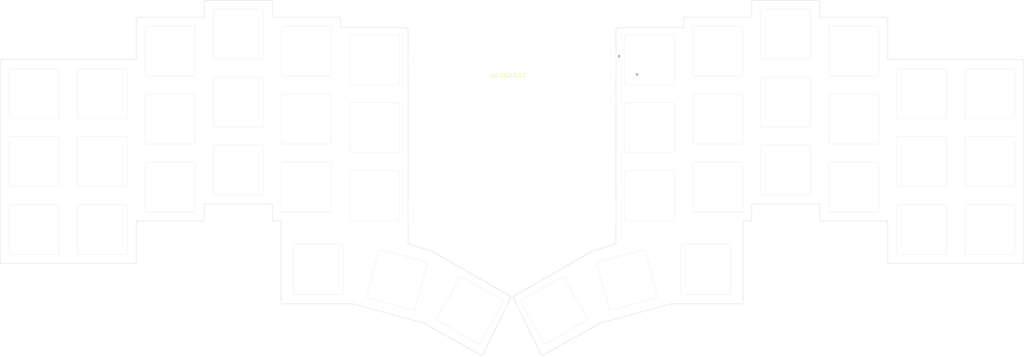
<source format=kicad_pcb>
(kicad_pcb (version 20221018) (generator pcbnew)
  (layers (0 "F.Cu" signal) (31 "B.Cu" signal) (34 "B.Paste" user) (35 "F.Paste" user) (36 "B.SilkS" user "B.Silkscreen") (37 "F.SilkS" user "F.Silkscreen") (38 "B.Mask" user) (39 "F.Mask" user) (44 "Edge.Cuts" user))
  (net 0 "")
  (footprint "MountingHole:MountingHole_2.2mm_M2_DIN965" (layer "F.Cu") (at 350.790673 93.098077)
    (fp_text reference "H7" hide)
    (fp_text value "MountingHole" hide)
    (pad "" np_thru_hole circle (at 0 0) (size 2.2 2.2) (drill 2.2) (layers "F&B.Cu" "*.Mask"))
  )
  (footprint "plate:plate_cutout" (layer "F.Cu") (at 194.36891 146.488643 -15)
    (fp_text reference "SW24" hide)
    (fp_text value "MX_SW_HS")
    (fp_line (start -7 -6.5) (end -7 6.5) (stroke (width 0.05)) (layer "Edge.Cuts"))
    (fp_line (start -6.5 7) (end 6.5 7) (stroke (width 0.05)) (layer "Edge.Cuts"))
    (fp_line (start 6.5 -7) (end -6.5 -7) (stroke (width 0.05)) (layer "Edge.Cuts"))
    (fp_line (start 7 6.5) (end 7 -6.5) (stroke (width 0.05)) (layer "Edge.Cuts"))
    (fp_arc (start -7 -6.5) (mid -6.853553 -6.853553) (end -6.5 -7) (stroke (width 0.05)) (layer "Edge.Cuts"))
    (fp_arc (start -6.497236 6.998884) (mid -6.850789 6.852437) (end -6.997236 6.498884) (stroke (width 0.05)) (layer "Edge.Cuts"))
    (fp_arc (start 6.5 -7) (mid 6.853553 -6.853553) (end 7 -6.5) (stroke (width 0.05)) (layer "Edge.Cuts"))
    (fp_arc (start 7 6.5) (mid 6.853553 6.853553) (end 6.5 7) (stroke (width 0.05)) (layer "Edge.Cuts"))
  )
  (footprint "plate:plate_cutout" (layer "F.Cu") (at 111.918911 113.313645)
    (fp_text reference "SW8" hide)
    (fp_text value "MX_SW_HS")
    (fp_line (start -7 -6.5) (end -7 6.5) (stroke (width 0.05)) (layer "Edge.Cuts"))
    (fp_line (start -6.5 7) (end 6.5 7) (stroke (width 0.05)) (layer "Edge.Cuts"))
    (fp_line (start 6.5 -7) (end -6.5 -7) (stroke (width 0.05)) (layer "Edge.Cuts"))
    (fp_line (start 7 6.5) (end 7 -6.5) (stroke (width 0.05)) (layer "Edge.Cuts"))
    (fp_arc (start -7 -6.5) (mid -6.853553 -6.853553) (end -6.5 -7) (stroke (width 0.05)) (layer "Edge.Cuts"))
    (fp_arc (start -6.497236 6.998884) (mid -6.850789 6.852437) (end -6.997236 6.498884) (stroke (width 0.05)) (layer "Edge.Cuts"))
    (fp_arc (start 6.5 -7) (mid 6.853553 -6.853553) (end 7 -6.5) (stroke (width 0.05)) (layer "Edge.Cuts"))
    (fp_arc (start 7 6.5) (mid 6.853553 6.853553) (end 6.5 7) (stroke (width 0.05)) (layer "Edge.Cuts"))
  )
  (footprint "plate:plate_cutout" (layer "F.Cu") (at 303.165603 77.63869)
    (fp_text reference "SW28" hide)
    (fp_text value "MX_SW_HS")
    (fp_line (start -7 -6.5) (end -7 6.5) (stroke (width 0.05)) (layer "Edge.Cuts"))
    (fp_line (start -6.5 7) (end 6.5 7) (stroke (width 0.05)) (layer "Edge.Cuts"))
    (fp_line (start 6.5 -7) (end -6.5 -7) (stroke (width 0.05)) (layer "Edge.Cuts"))
    (fp_line (start 7 6.5) (end 7 -6.5) (stroke (width 0.05)) (layer "Edge.Cuts"))
    (fp_arc (start -7 -6.5) (mid -6.853553 -6.853553) (end -6.5 -7) (stroke (width 0.05)) (layer "Edge.Cuts"))
    (fp_arc (start -6.497236 6.998884) (mid -6.850789 6.852437) (end -6.997236 6.498884) (stroke (width 0.05)) (layer "Edge.Cuts"))
    (fp_arc (start 6.5 -7) (mid 6.853553 -6.853553) (end 7 -6.5) (stroke (width 0.05)) (layer "Edge.Cuts"))
    (fp_arc (start 7 6.5) (mid 6.853553 6.853553) (end 6.5 7) (stroke (width 0.05)) (layer "Edge.Cuts"))
  )
  (footprint "plate:plate_cutout" (layer "F.Cu") (at 360.315599 132.363727)
    (fp_text reference "SW47" hide)
    (fp_text value "MX_SW_HS")
    (fp_line (start -7 -6.5) (end -7 6.5) (stroke (width 0.05)) (layer "Edge.Cuts"))
    (fp_line (start -6.5 7) (end 6.5 7) (stroke (width 0.05)) (layer "Edge.Cuts"))
    (fp_line (start 6.5 -7) (end -6.5 -7) (stroke (width 0.05)) (layer "Edge.Cuts"))
    (fp_line (start 7 6.5) (end 7 -6.5) (stroke (width 0.05)) (layer "Edge.Cuts"))
    (fp_arc (start -7 -6.5) (mid -6.853553 -6.853553) (end -6.5 -7) (stroke (width 0.05)) (layer "Edge.Cuts"))
    (fp_arc (start -6.497236 6.998884) (mid -6.850789 6.852437) (end -6.997236 6.498884) (stroke (width 0.05)) (layer "Edge.Cuts"))
    (fp_arc (start 6.5 -7) (mid 6.853553 -6.853553) (end 7 -6.5) (stroke (width 0.05)) (layer "Edge.Cuts"))
    (fp_arc (start 7 6.5) (mid 6.853553 6.853553) (end 6.5 7) (stroke (width 0.05)) (layer "Edge.Cuts"))
  )
  (footprint "plate:plate_cutout" (layer "F.Cu") (at 360.315599 113.313706)
    (fp_text reference "SW38" hide)
    (fp_text value "MX_SW_HS")
    (fp_line (start -7 -6.5) (end -7 6.5) (stroke (width 0.05)) (layer "Edge.Cuts"))
    (fp_line (start -6.5 7) (end 6.5 7) (stroke (width 0.05)) (layer "Edge.Cuts"))
    (fp_line (start 6.5 -7) (end -6.5 -7) (stroke (width 0.05)) (layer "Edge.Cuts"))
    (fp_line (start 7 6.5) (end 7 -6.5) (stroke (width 0.05)) (layer "Edge.Cuts"))
    (fp_arc (start -7 -6.5) (mid -6.853553 -6.853553) (end -6.5 -7) (stroke (width 0.05)) (layer "Edge.Cuts"))
    (fp_arc (start -6.497236 6.998884) (mid -6.850789 6.852437) (end -6.997236 6.498884) (stroke (width 0.05)) (layer "Edge.Cuts"))
    (fp_arc (start 6.5 -7) (mid 6.853553 -6.853553) (end 7 -6.5) (stroke (width 0.05)) (layer "Edge.Cuts"))
    (fp_arc (start 7 6.5) (mid 6.853553 6.853553) (end 6.5 7) (stroke (width 0.05)) (layer "Edge.Cuts"))
  )
  (footprint "sepp:breakaway-mousebites" (layer "F.Cu") (at 198.154 127.37 90)
    (fp_text reference "H15" hide)
    (fp_text value "mousebites" hide)
    (pad "" np_thru_hole circle (at -2.54 -0.254 90) (size 0.7874 0.7874) (drill 0.7874) (layers "F&B.Cu" "*.Mask"))
    (pad "" np_thru_hole circle (at -1.27 -0.254 90) (size 0.7874 0.7874) (drill 0.7874) (layers "F&B.Cu" "*.Mask"))
    (pad "" np_thru_hole circle (at 0 -0.254 90) (size 0.7874 0.7874) (drill 0.7874) (layers "F&B.Cu" "*.Mask"))
    (pad "" np_thru_hole circle (at 1.27 -0.254 90) (size 0.7874 0.7874) (drill 0.7874) (layers "F&B.Cu" "*.Mask"))
    (pad "" np_thru_hole circle (at 2.54 -0.254 90) (size 0.7874 0.7874) (drill 0.7874) (layers "F&B.Cu" "*.Mask"))
  )
  (footprint "MountingHole:MountingHole_2.2mm_M2_DIN965" (layer "F.Cu") (at 293.180597 110.803709)
    (fp_text reference "H12" hide)
    (fp_text value "MountingHole" hide)
    (pad "" np_thru_hole circle (at 0 0) (size 2.2 2.2) (drill 2.2) (layers "F&B.Cu" "*.Mask"))
  )
  (footprint "plate:plate_cutout" (layer "F.Cu") (at 341.265599 113.313707)
    (fp_text reference "SW37" hide)
    (fp_text value "MX_SW_HS")
    (fp_line (start -7 -6.5) (end -7 6.5) (stroke (width 0.05)) (layer "Edge.Cuts"))
    (fp_line (start -6.5 7) (end 6.5 7) (stroke (width 0.05)) (layer "Edge.Cuts"))
    (fp_line (start 6.5 -7) (end -6.5 -7) (stroke (width 0.05)) (layer "Edge.Cuts"))
    (fp_line (start 7 6.5) (end 7 -6.5) (stroke (width 0.05)) (layer "Edge.Cuts"))
    (fp_arc (start -7 -6.5) (mid -6.853553 -6.853553) (end -6.5 -7) (stroke (width 0.05)) (layer "Edge.Cuts"))
    (fp_arc (start -6.497236 6.998884) (mid -6.850789 6.852437) (end -6.997236 6.498884) (stroke (width 0.05)) (layer "Edge.Cuts"))
    (fp_arc (start 6.5 -7) (mid 6.853553 -6.853553) (end 7 -6.5) (stroke (width 0.05)) (layer "Edge.Cuts"))
    (fp_arc (start 7 6.5) (mid 6.853553 6.853553) (end 6.5 7) (stroke (width 0.05)) (layer "Edge.Cuts"))
  )
  (footprint "plate:plate_cutout" (layer "F.Cu") (at 280.815601 143.488722)
    (fp_text reference "SW50" hide)
    (fp_text value "MX_SW_HS")
    (fp_line (start -7 -6.5) (end -7 6.5) (stroke (width 0.05)) (layer "Edge.Cuts"))
    (fp_line (start -6.5 7) (end 6.5 7) (stroke (width 0.05)) (layer "Edge.Cuts"))
    (fp_line (start 6.5 -7) (end -6.5 -7) (stroke (width 0.05)) (layer "Edge.Cuts"))
    (fp_line (start 7 6.5) (end 7 -6.5) (stroke (width 0.05)) (layer "Edge.Cuts"))
    (fp_arc (start -7 -6.5) (mid -6.853553 -6.853553) (end -6.5 -7) (stroke (width 0.05)) (layer "Edge.Cuts"))
    (fp_arc (start -6.497236 6.998884) (mid -6.850789 6.852437) (end -6.997236 6.498884) (stroke (width 0.05)) (layer "Edge.Cuts"))
    (fp_arc (start 6.5 -7) (mid 6.853553 -6.853553) (end 7 -6.5) (stroke (width 0.05)) (layer "Edge.Cuts"))
    (fp_arc (start 7 6.5) (mid 6.853553 6.853553) (end 6.5 7) (stroke (width 0.05)) (layer "Edge.Cuts"))
  )
  (footprint "plate:plate_cutout" (layer "F.Cu") (at 341.2656 132.363723)
    (fp_text reference "SW46" hide)
    (fp_text value "MX_SW_HS")
    (fp_line (start -7 -6.5) (end -7 6.5) (stroke (width 0.05)) (layer "Edge.Cuts"))
    (fp_line (start -6.5 7) (end 6.5 7) (stroke (width 0.05)) (layer "Edge.Cuts"))
    (fp_line (start 6.5 -7) (end -6.5 -7) (stroke (width 0.05)) (layer "Edge.Cuts"))
    (fp_line (start 7 6.5) (end 7 -6.5) (stroke (width 0.05)) (layer "Edge.Cuts"))
    (fp_arc (start -7 -6.5) (mid -6.853553 -6.853553) (end -6.5 -7) (stroke (width 0.05)) (layer "Edge.Cuts"))
    (fp_arc (start -6.497236 6.998884) (mid -6.850789 6.852437) (end -6.997236 6.498884) (stroke (width 0.05)) (layer "Edge.Cuts"))
    (fp_arc (start 6.5 -7) (mid 6.853553 -6.853553) (end 7 -6.5) (stroke (width 0.05)) (layer "Edge.Cuts"))
    (fp_arc (start 7 6.5) (mid 6.853553 6.853553) (end 6.5 7) (stroke (width 0.05)) (layer "Edge.Cuts"))
  )
  (footprint "plate:plate_cutout" (layer "F.Cu") (at 150.018909 115.738642)
    (fp_text reference "SW17" hide)
    (fp_text value "MX_SW_HS")
    (fp_line (start -7 -6.5) (end -7 6.5) (stroke (width 0.05)) (layer "Edge.Cuts"))
    (fp_line (start -6.5 7) (end 6.5 7) (stroke (width 0.05)) (layer "Edge.Cuts"))
    (fp_line (start 6.5 -7) (end -6.5 -7) (stroke (width 0.05)) (layer "Edge.Cuts"))
    (fp_line (start 7 6.5) (end 7 -6.5) (stroke (width 0.05)) (layer "Edge.Cuts"))
    (fp_arc (start -7 -6.5) (mid -6.853553 -6.853553) (end -6.5 -7) (stroke (width 0.05)) (layer "Edge.Cuts"))
    (fp_arc (start -6.497236 6.998884) (mid -6.850789 6.852437) (end -6.997236 6.498884) (stroke (width 0.05)) (layer "Edge.Cuts"))
    (fp_arc (start 6.5 -7) (mid 6.853553 -6.853553) (end 7 -6.5) (stroke (width 0.05)) (layer "Edge.Cuts"))
    (fp_arc (start 7 6.5) (mid 6.853553 6.853553) (end 6.5 7) (stroke (width 0.05)) (layer "Edge.Cuts"))
  )
  (footprint "plate:plate_cutout" (layer "F.Cu") (at 265.065598 103.813709)
    (fp_text reference "SW33" hide)
    (fp_text value "MX_SW_HS")
    (fp_line (start -7 -6.5) (end -7 6.5) (stroke (width 0.05)) (layer "Edge.Cuts"))
    (fp_line (start -6.5 7) (end 6.5 7) (stroke (width 0.05)) (layer "Edge.Cuts"))
    (fp_line (start 6.5 -7) (end -6.5 -7) (stroke (width 0.05)) (layer "Edge.Cuts"))
    (fp_line (start 7 6.5) (end 7 -6.5) (stroke (width 0.05)) (layer "Edge.Cuts"))
    (fp_arc (start -7 -6.5) (mid -6.853553 -6.853553) (end -6.5 -7) (stroke (width 0.05)) (layer "Edge.Cuts"))
    (fp_arc (start -6.497236 6.998884) (mid -6.850789 6.852437) (end -6.997236 6.498884) (stroke (width 0.05)) (layer "Edge.Cuts"))
    (fp_arc (start 6.5 -7) (mid 6.853553 -6.853553) (end 7 -6.5) (stroke (width 0.05)) (layer "Edge.Cuts"))
    (fp_arc (start 7 6.5) (mid 6.853553 6.853553) (end 6.5 7) (stroke (width 0.05)) (layer "Edge.Cuts"))
  )
  (footprint "plate:plate_cutout" (layer "F.Cu") (at 284.115599 101.438709)
    (fp_text reference "SW34" hide)
    (fp_text value "MX_SW_HS")
    (fp_line (start -7 -6.5) (end -7 6.5) (stroke (width 0.05)) (layer "Edge.Cuts"))
    (fp_line (start -6.5 7) (end 6.5 7) (stroke (width 0.05)) (layer "Edge.Cuts"))
    (fp_line (start 6.5 -7) (end -6.5 -7) (stroke (width 0.05)) (layer "Edge.Cuts"))
    (fp_line (start 7 6.5) (end 7 -6.5) (stroke (width 0.05)) (layer "Edge.Cuts"))
    (fp_arc (start -7 -6.5) (mid -6.853553 -6.853553) (end -6.5 -7) (stroke (width 0.05)) (layer "Edge.Cuts"))
    (fp_arc (start -6.497236 6.998884) (mid -6.850789 6.852437) (end -6.997236 6.498884) (stroke (width 0.05)) (layer "Edge.Cuts"))
    (fp_arc (start 6.5 -7) (mid 6.853553 -6.853553) (end 7 -6.5) (stroke (width 0.05)) (layer "Edge.Cuts"))
    (fp_arc (start 7 6.5) (mid 6.853553 6.853553) (end 6.5 7) (stroke (width 0.05)) (layer "Edge.Cuts"))
  )
  (footprint "plate:plate_cutout" (layer "F.Cu") (at 150.01891 77.638643)
    (fp_text reference "SW4" hide)
    (fp_text value "MX_SW_HS")
    (fp_line (start -7 -6.5) (end -7 6.5) (stroke (width 0.05)) (layer "Edge.Cuts"))
    (fp_line (start -6.5 7) (end 6.5 7) (stroke (width 0.05)) (layer "Edge.Cuts"))
    (fp_line (start 6.5 -7) (end -6.5 -7) (stroke (width 0.05)) (layer "Edge.Cuts"))
    (fp_line (start 7 6.5) (end 7 -6.5) (stroke (width 0.05)) (layer "Edge.Cuts"))
    (fp_arc (start -7 -6.5) (mid -6.853553 -6.853553) (end -6.5 -7) (stroke (width 0.05)) (layer "Edge.Cuts"))
    (fp_arc (start -6.497236 6.998884) (mid -6.850789 6.852437) (end -6.997236 6.498884) (stroke (width 0.05)) (layer "Edge.Cuts"))
    (fp_arc (start 6.5 -7) (mid 6.853553 -6.853553) (end 7 -6.5) (stroke (width 0.05)) (layer "Edge.Cuts"))
    (fp_arc (start 7 6.5) (mid 6.853553 6.853553) (end 6.5 7) (stroke (width 0.05)) (layer "Edge.Cuts"))
  )
  (footprint "plate:plate_cutout" (layer "F.Cu") (at 130.968907 120.488648)
    (fp_text reference "SW16" hide)
    (fp_text value "MX_SW_HS")
    (fp_line (start -7 -6.5) (end -7 6.5) (stroke (width 0.05)) (layer "Edge.Cuts"))
    (fp_line (start -6.5 7) (end 6.5 7) (stroke (width 0.05)) (layer "Edge.Cuts"))
    (fp_line (start 6.5 -7) (end -6.5 -7) (stroke (width 0.05)) (layer "Edge.Cuts"))
    (fp_line (start 7 6.5) (end 7 -6.5) (stroke (width 0.05)) (layer "Edge.Cuts"))
    (fp_arc (start -7 -6.5) (mid -6.853553 -6.853553) (end -6.5 -7) (stroke (width 0.05)) (layer "Edge.Cuts"))
    (fp_arc (start -6.497236 6.998884) (mid -6.850789 6.852437) (end -6.997236 6.498884) (stroke (width 0.05)) (layer "Edge.Cuts"))
    (fp_arc (start 6.5 -7) (mid 6.853553 -6.853553) (end 7 -6.5) (stroke (width 0.05)) (layer "Edge.Cuts"))
    (fp_arc (start 7 6.5) (mid 6.853553 6.853553) (end 6.5 7) (stroke (width 0.05)) (layer "Edge.Cuts"))
  )
  (footprint "plate:plate_cutout" (layer "F.Cu") (at 111.918911 94.263644)
    (fp_text reference "SW2" hide)
    (fp_text value "MX_SW_HS")
    (fp_line (start -7 -6.5) (end -7 6.5) (stroke (width 0.05)) (layer "Edge.Cuts"))
    (fp_line (start -6.5 7) (end 6.5 7) (stroke (width 0.05)) (layer "Edge.Cuts"))
    (fp_line (start 6.5 -7) (end -6.5 -7) (stroke (width 0.05)) (layer "Edge.Cuts"))
    (fp_line (start 7 6.5) (end 7 -6.5) (stroke (width 0.05)) (layer "Edge.Cuts"))
    (fp_arc (start -7 -6.5) (mid -6.853553 -6.853553) (end -6.5 -7) (stroke (width 0.05)) (layer "Edge.Cuts"))
    (fp_arc (start -6.497236 6.998884) (mid -6.850789 6.852437) (end -6.997236 6.498884) (stroke (width 0.05)) (layer "Edge.Cuts"))
    (fp_arc (start 6.5 -7) (mid 6.853553 -6.853553) (end 7 -6.5) (stroke (width 0.05)) (layer "Edge.Cuts"))
    (fp_arc (start 7 6.5) (mid 6.853553 6.853553) (end 6.5 7) (stroke (width 0.05)) (layer "Edge.Cuts"))
  )
  (footprint "plate:plate_cutout" (layer "F.Cu") (at 341.265597 94.263692)
    (fp_text reference "SW30" hide)
    (fp_text value "MX_SW_HS")
    (fp_line (start -7 -6.5) (end -7 6.5) (stroke (width 0.05)) (layer "Edge.Cuts"))
    (fp_line (start -6.5 7) (end 6.5 7) (stroke (width 0.05)) (layer "Edge.Cuts"))
    (fp_line (start 6.5 -7) (end -6.5 -7) (stroke (width 0.05)) (layer "Edge.Cuts"))
    (fp_line (start 7 6.5) (end 7 -6.5) (stroke (width 0.05)) (layer "Edge.Cuts"))
    (fp_arc (start -7 -6.5) (mid -6.853553 -6.853553) (end -6.5 -7) (stroke (width 0.05)) (layer "Edge.Cuts"))
    (fp_arc (start -6.497236 6.998884) (mid -6.850789 6.852437) (end -6.997236 6.498884) (stroke (width 0.05)) (layer "Edge.Cuts"))
    (fp_arc (start 6.5 -7) (mid 6.853553 -6.853553) (end 7 -6.5) (stroke (width 0.05)) (layer "Edge.Cuts"))
    (fp_arc (start 7 6.5) (mid 6.853553 6.853553) (end 6.5 7) (stroke (width 0.05)) (layer "Edge.Cuts"))
  )
  (footprint "plate:plate_cutout" (layer "F.Cu") (at 169.068911 120.488643)
    (fp_text reference "SW18" hide)
    (fp_text value "MX_SW_HS")
    (fp_line (start -7 -6.5) (end -7 6.5) (stroke (width 0.05)) (layer "Edge.Cuts"))
    (fp_line (start -6.5 7) (end 6.5 7) (stroke (width 0.05)) (layer "Edge.Cuts"))
    (fp_line (start 6.5 -7) (end -6.5 -7) (stroke (width 0.05)) (layer "Edge.Cuts"))
    (fp_line (start 7 6.5) (end 7 -6.5) (stroke (width 0.05)) (layer "Edge.Cuts"))
    (fp_arc (start -7 -6.5) (mid -6.853553 -6.853553) (end -6.5 -7) (stroke (width 0.05)) (layer "Edge.Cuts"))
    (fp_arc (start -6.497236 6.998884) (mid -6.850789 6.852437) (end -6.997236 6.498884) (stroke (width 0.05)) (layer "Edge.Cuts"))
    (fp_arc (start 6.5 -7) (mid 6.853553 -6.853553) (end 7 -6.5) (stroke (width 0.05)) (layer "Edge.Cuts"))
    (fp_arc (start 7 6.5) (mid 6.853553 6.853553) (end 6.5 7) (stroke (width 0.05)) (layer "Edge.Cuts"))
  )
  (footprint "MountingHole:MountingHole_2.2mm_M2_DIN965" (layer "F.Cu") (at 246.5506 145.273723)
    (fp_text reference "H3" hide)
    (fp_text value "MountingHole" hide)
    (pad "" np_thru_hole circle (at 0 0) (size 2.2 2.2) (drill 2.2) (layers "F&B.Cu" "*.Mask"))
  )
  (footprint "plate:plate_cutout" (layer "F.Cu") (at 92.868911 94.263643)
    (fp_text reference "SW1" hide)
    (fp_text value "MX_SW_HS")
    (fp_line (start -7 -6.5) (end -7 6.5) (stroke (width 0.05)) (layer "Edge.Cuts"))
    (fp_line (start -6.5 7) (end 6.5 7) (stroke (width 0.05)) (layer "Edge.Cuts"))
    (fp_line (start 6.5 -7) (end -6.5 -7) (stroke (width 0.05)) (layer "Edge.Cuts"))
    (fp_line (start 7 6.5) (end 7 -6.5) (stroke (width 0.05)) (layer "Edge.Cuts"))
    (fp_arc (start -7 -6.5) (mid -6.853553 -6.853553) (end -6.5 -7) (stroke (width 0.05)) (layer "Edge.Cuts"))
    (fp_arc (start -6.497236 6.998884) (mid -6.850789 6.852437) (end -6.997236 6.498884) (stroke (width 0.05)) (layer "Edge.Cuts"))
    (fp_arc (start 6.5 -7) (mid 6.853553 -6.853553) (end 7 -6.5) (stroke (width 0.05)) (layer "Edge.Cuts"))
    (fp_arc (start 7 6.5) (mid 6.853553 6.853553) (end 6.5 7) (stroke (width 0.05)) (layer "Edge.Cuts"))
  )
  (footprint "sepp:breakaway-mousebites" (layer "F.Cu") (at 198.179 85.84 90)
    (fp_text reference "H13" hide)
    (fp_text value "mousebites" hide)
    (pad "" np_thru_hole circle (at -2.54 -0.254 90) (size 0.7874 0.7874) (drill 0.7874) (layers "F&B.Cu" "*.Mask"))
    (pad "" np_thru_hole circle (at -1.27 -0.254 90) (size 0.7874 0.7874) (drill 0.7874) (layers "F&B.Cu" "*.Mask"))
    (pad "" np_thru_hole circle (at 0 -0.254 90) (size 0.7874 0.7874) (drill 0.7874) (layers "F&B.Cu" "*.Mask"))
    (pad "" np_thru_hole circle (at 1.27 -0.254 90) (size 0.7874 0.7874) (drill 0.7874) (layers "F&B.Cu" "*.Mask"))
    (pad "" np_thru_hole circle (at 2.54 -0.254 90) (size 0.7874 0.7874) (drill 0.7874) (layers "F&B.Cu" "*.Mask"))
  )
  (footprint "plate:plate_cutout" (layer "F.Cu") (at 92.868907 132.363645)
    (fp_text reference "SW14" hide)
    (fp_text value "MX_SW_HS")
    (fp_line (start -7 -6.5) (end -7 6.5) (stroke (width 0.05)) (layer "Edge.Cuts"))
    (fp_line (start -6.5 7) (end 6.5 7) (stroke (width 0.05)) (layer "Edge.Cuts"))
    (fp_line (start 6.5 -7) (end -6.5 -7) (stroke (width 0.05)) (layer "Edge.Cuts"))
    (fp_line (start 7 6.5) (end 7 -6.5) (stroke (width 0.05)) (layer "Edge.Cuts"))
    (fp_arc (start -7 -6.5) (mid -6.853553 -6.853553) (end -6.5 -7) (stroke (width 0.05)) (layer "Edge.Cuts"))
    (fp_arc (start -6.497236 6.998884) (mid -6.850789 6.852437) (end -6.997236 6.498884) (stroke (width 0.05)) (layer "Edge.Cuts"))
    (fp_arc (start 6.5 -7) (mid 6.853553 -6.853553) (end 7 -6.5) (stroke (width 0.05)) (layer "Edge.Cuts"))
    (fp_arc (start 7 6.5) (mid 6.853553 6.853553) (end 6.5 7) (stroke (width 0.05)) (layer "Edge.Cuts"))
  )
  (footprint "plate:plate_cutout" (layer "F.Cu") (at 322.215594 82.388691)
    (fp_text reference "SW29" hide)
    (fp_text value "MX_SW_HS")
    (fp_line (start -7 -6.5) (end -7 6.5) (stroke (width 0.05)) (layer "Edge.Cuts"))
    (fp_line (start -6.5 7) (end 6.5 7) (stroke (width 0.05)) (layer "Edge.Cuts"))
    (fp_line (start 6.5 -7) (end -6.5 -7) (stroke (width 0.05)) (layer "Edge.Cuts"))
    (fp_line (start 7 6.5) (end 7 -6.5) (stroke (width 0.05)) (layer "Edge.Cuts"))
    (fp_arc (start -7 -6.5) (mid -6.853553 -6.853553) (end -6.5 -7) (stroke (width 0.05)) (layer "Edge.Cuts"))
    (fp_arc (start -6.497236 6.998884) (mid -6.850789 6.852437) (end -6.997236 6.498884) (stroke (width 0.05)) (layer "Edge.Cuts"))
    (fp_arc (start 6.5 -7) (mid 6.853553 -6.853553) (end 7 -6.5) (stroke (width 0.05)) (layer "Edge.Cuts"))
    (fp_arc (start 7 6.5) (mid 6.853553 6.853553) (end 6.5 7) (stroke (width 0.05)) (layer "Edge.Cuts"))
  )
  (footprint "plate:plate_cutout" (layer "F.Cu") (at 360.315598 94.263691)
    (fp_text reference "SW31" hide)
    (fp_text value "MX_SW_HS")
    (fp_line (start -7 -6.5) (end -7 6.5) (stroke (width 0.05)) (layer "Edge.Cuts"))
    (fp_line (start -6.5 7) (end 6.5 7) (stroke (width 0.05)) (layer "Edge.Cuts"))
    (fp_line (start 6.5 -7) (end -6.5 -7) (stroke (width 0.05)) (layer "Edge.Cuts"))
    (fp_line (start 7 6.5) (end 7 -6.5) (stroke (width 0.05)) (layer "Edge.Cuts"))
    (fp_arc (start -7 -6.5) (mid -6.853553 -6.853553) (end -6.5 -7) (stroke (width 0.05)) (layer "Edge.Cuts"))
    (fp_arc (start -6.497236 6.998884) (mid -6.850789 6.852437) (end -6.997236 6.498884) (stroke (width 0.05)) (layer "Edge.Cuts"))
    (fp_arc (start 6.5 -7) (mid 6.853553 -6.853553) (end 7 -6.5) (stroke (width 0.05)) (layer "Edge.Cuts"))
    (fp_arc (start 7 6.5) (mid 6.853553 6.853553) (end 6.5 7) (stroke (width 0.05)) (layer "Edge.Cuts"))
  )
  (footprint "plate:plate_cutout" (layer "F.Cu") (at 188.11891 103.813647)
    (fp_text reference "SW12" hide)
    (fp_text value "MX_SW_HS")
    (fp_line (start -7 -6.5) (end -7 6.5) (stroke (width 0.05)) (layer "Edge.Cuts"))
    (fp_line (start -6.5 7) (end 6.5 7) (stroke (width 0.05)) (layer "Edge.Cuts"))
    (fp_line (start 6.5 -7) (end -6.5 -7) (stroke (width 0.05)) (layer "Edge.Cuts"))
    (fp_line (start 7 6.5) (end 7 -6.5) (stroke (width 0.05)) (layer "Edge.Cuts"))
    (fp_arc (start -7 -6.5) (mid -6.853553 -6.853553) (end -6.5 -7) (stroke (width 0.05)) (layer "Edge.Cuts"))
    (fp_arc (start -6.497236 6.998884) (mid -6.850789 6.852437) (end -6.997236 6.498884) (stroke (width 0.05)) (layer "Edge.Cuts"))
    (fp_arc (start 6.5 -7) (mid 6.853553 -6.853553) (end 7 -6.5) (stroke (width 0.05)) (layer "Edge.Cuts"))
    (fp_arc (start 7 6.5) (mid 6.853553 6.853553) (end 6.5 7) (stroke (width 0.05)) (layer "Edge.Cuts"))
  )
  (footprint "plate:plate_cutout" (layer "F.Cu") (at 322.215598 120.488726)
    (fp_text reference "SW45" hide)
    (fp_text value "MX_SW_HS")
    (fp_line (start -7 -6.5) (end -7 6.5) (stroke (width 0.05)) (layer "Edge.Cuts"))
    (fp_line (start -6.5 7) (end 6.5 7) (stroke (width 0.05)) (layer "Edge.Cuts"))
    (fp_line (start 6.5 -7) (end -6.5 -7) (stroke (width 0.05)) (layer "Edge.Cuts"))
    (fp_line (start 7 6.5) (end 7 -6.5) (stroke (width 0.05)) (layer "Edge.Cuts"))
    (fp_arc (start -7 -6.5) (mid -6.853553 -6.853553) (end -6.5 -7) (stroke (width 0.05)) (layer "Edge.Cuts"))
    (fp_arc (start -6.497236 6.998884) (mid -6.850789 6.852437) (end -6.997236 6.498884) (stroke (width 0.05)) (layer "Edge.Cuts"))
    (fp_arc (start 6.5 -7) (mid 6.853553 -6.853553) (end 7 -6.5) (stroke (width 0.05)) (layer "Edge.Cuts"))
    (fp_arc (start 7 6.5) (mid 6.853553 6.853553) (end 6.5 7) (stroke (width 0.05)) (layer "Edge.Cuts"))
  )
  (footprint "plate:plate_cutout" (layer "F.Cu") (at 265.065597 122.863723)
    (fp_text reference "SW42" hide)
    (fp_text value "MX_SW_HS")
    (fp_line (start -7 -6.5) (end -7 6.5) (stroke (width 0.05)) (layer "Edge.Cuts"))
    (fp_line (start -6.5 7) (end 6.5 7) (stroke (width 0.05)) (layer "Edge.Cuts"))
    (fp_line (start 6.5 -7) (end -6.5 -7) (stroke (width 0.05)) (layer "Edge.Cuts"))
    (fp_line (start 7 6.5) (end 7 -6.5) (stroke (width 0.05)) (layer "Edge.Cuts"))
    (fp_arc (start -7 -6.5) (mid -6.853553 -6.853553) (end -6.5 -7) (stroke (width 0.05)) (layer "Edge.Cuts"))
    (fp_arc (start -6.497236 6.998884) (mid -6.850789 6.852437) (end -6.997236 6.498884) (stroke (width 0.05)) (layer "Edge.Cuts"))
    (fp_arc (start 6.5 -7) (mid 6.853553 -6.853553) (end 7 -6.5) (stroke (width 0.05)) (layer "Edge.Cuts"))
    (fp_arc (start 7 6.5) (mid 6.853553 6.853553) (end 6.5 7) (stroke (width 0.05)) (layer "Edge.Cuts"))
  )
  (footprint "plate:plate_cutout" (layer "F.Cu") (at 169.068911 101.438643)
    (fp_text reference "SW11" hide)
    (fp_text value "MX_SW_HS")
    (fp_line (start -7 -6.5) (end -7 6.5) (stroke (width 0.05)) (layer "Edge.Cuts"))
    (fp_line (start -6.5 7) (end 6.5 7) (stroke (width 0.05)) (layer "Edge.Cuts"))
    (fp_line (start 6.5 -7) (end -6.5 -7) (stroke (width 0.05)) (layer "Edge.Cuts"))
    (fp_line (start 7 6.5) (end 7 -6.5) (stroke (width 0.05)) (layer "Edge.Cuts"))
    (fp_arc (start -7 -6.5) (mid -6.853553 -6.853553) (end -6.5 -7) (stroke (width 0.05)) (layer "Edge.Cuts"))
    (fp_arc (start -6.497236 6.998884) (mid -6.850789 6.852437) (end -6.997236 6.498884) (stroke (width 0.05)) (layer "Edge.Cuts"))
    (fp_arc (start 6.5 -7) (mid 6.853553 -6.853553) (end 7 -6.5) (stroke (width 0.05)) (layer "Edge.Cuts"))
    (fp_arc (start 7 6.5) (mid 6.853553 6.853553) (end 6.5 7) (stroke (width 0.05)) (layer "Edge.Cuts"))
  )
  (footprint "MountingHole:MountingHole_2.2mm_M2_DIN965" (layer "F.Cu") (at 206.63391 145.27364)
    (fp_text reference "H10" hide)
    (fp_text value "MountingHole")
    (pad "" np_thru_hole circle (at 0 0) (size 2.2 2.2) (drill 2.2) (layers "F&B.Cu" "*.Mask"))
  )
  (footprint "plate:plate_cutout" (layer "F.Cu") (at 111.918909 132.363644)
    (fp_text reference "SW15" hide)
    (fp_text value "MX_SW_HS")
    (fp_line (start -7 -6.5) (end -7 6.5) (stroke (width 0.05)) (layer "Edge.Cuts"))
    (fp_line (start -6.5 7) (end 6.5 7) (stroke (width 0.05)) (layer "Edge.Cuts"))
    (fp_line (start 6.5 -7) (end -6.5 -7) (stroke (width 0.05)) (layer "Edge.Cuts"))
    (fp_line (start 7 6.5) (end 7 -6.5) (stroke (width 0.05)) (layer "Edge.Cuts"))
    (fp_arc (start -7 -6.5) (mid -6.853553 -6.853553) (end -6.5 -7) (stroke (width 0.05)) (layer "Edge.Cuts"))
    (fp_arc (start -6.497236 6.998884) (mid -6.850789 6.852437) (end -6.997236 6.498884) (stroke (width 0.05)) (layer "Edge.Cuts"))
    (fp_arc (start 6.5 -7) (mid 6.853553 -6.853553) (end 7 -6.5) (stroke (width 0.05)) (layer "Edge.Cuts"))
    (fp_arc (start 7 6.5) (mid 6.853553 6.853553) (end 6.5 7) (stroke (width 0.05)) (layer "Edge.Cuts"))
  )
  (footprint "plate:plate_cutout" (layer "F.Cu") (at 303.1656 96.688706)
    (fp_text reference "SW35" hide)
    (fp_text value "MX_SW_HS")
    (fp_line (start -7 -6.5) (end -7 6.5) (stroke (width 0.05)) (layer "Edge.Cuts"))
    (fp_line (start -6.5 7) (end 6.5 7) (stroke (width 0.05)) (layer "Edge.Cuts"))
    (fp_line (start 6.5 -7) (end -6.5 -7) (stroke (width 0.05)) (layer "Edge.Cuts"))
    (fp_line (start 7 6.5) (end 7 -6.5) (stroke (width 0.05)) (layer "Edge.Cuts"))
    (fp_arc (start -7 -6.5) (mid -6.853553 -6.853553) (end -6.5 -7) (stroke (width 0.05)) (layer "Edge.Cuts"))
    (fp_arc (start -6.497236 6.998884) (mid -6.850789 6.852437) (end -6.997236 6.498884) (stroke (width 0.05)) (layer "Edge.Cuts"))
    (fp_arc (start 6.5 -7) (mid 6.853553 -6.853553) (end 7 -6.5) (stroke (width 0.05)) (layer "Edge.Cuts"))
    (fp_arc (start 7 6.5) (mid 6.853553 6.853553) (end 6.5 7) (stroke (width 0.05)) (layer "Edge.Cuts"))
  )
  (footprint "plate:plate_cutout" (layer "F.Cu") (at 188.118909 122.863643)
    (fp_text reference "SW19" hide)
    (fp_text value "MX_SW_HS")
    (fp_line (start -7 -6.5) (end -7 6.5) (stroke (width 0.05)) (layer "Edge.Cuts"))
    (fp_line (start -6.5 7) (end 6.5 7) (stroke (width 0.05)) (layer "Edge.Cuts"))
    (fp_line (start 6.5 -7) (end -6.5 -7) (stroke (width 0.05)) (layer "Edge.Cuts"))
    (fp_line (start 7 6.5) (end 7 -6.5) (stroke (width 0.05)) (layer "Edge.Cuts"))
    (fp_arc (start -7 -6.5) (mid -6.853553 -6.853553) (end -6.5 -7) (stroke (width 0.05)) (layer "Edge.Cuts"))
    (fp_arc (start -6.497236 6.998884) (mid -6.850789 6.852437) (end -6.997236 6.498884) (stroke (width 0.05)) (layer "Edge.Cuts"))
    (fp_arc (start 6.5 -7) (mid 6.853553 -6.853553) (end 7 -6.5) (stroke (width 0.05)) (layer "Edge.Cuts"))
    (fp_arc (start 7 6.5) (mid 6.853553 6.853553) (end 6.5 7) (stroke (width 0.05)) (layer "Edge.Cuts"))
  )
  (footprint "plate:plate_cutout" (layer "F.Cu") (at 214.868911 154.988645 -30)
    (fp_text reference "SW25" hide)
    (fp_text value "MX_SW_HS")
    (fp_line (start -7 -6.5) (end -7 6.5) (stroke (width 0.05)) (layer "Edge.Cuts"))
    (fp_line (start -6.5 7) (end 6.5 7) (stroke (width 0.05)) (layer "Edge.Cuts"))
    (fp_line (start 6.5 -7) (end -6.5 -7) (stroke (width 0.05)) (layer "Edge.Cuts"))
    (fp_line (start 7 6.5) (end 7 -6.5) (stroke (width 0.05)) (layer "Edge.Cuts"))
    (fp_arc (start -7 -6.5) (mid -6.853553 -6.853553) (end -6.5 -7) (stroke (width 0.05)) (layer "Edge.Cuts"))
    (fp_arc (start -6.497236 6.998884) (mid -6.850789 6.852437) (end -6.997236 6.498884) (stroke (width 0.05)) (layer "Edge.Cuts"))
    (fp_arc (start 6.5 -7) (mid 6.853553 -6.853553) (end 7 -6.5) (stroke (width 0.05)) (layer "Edge.Cuts"))
    (fp_arc (start 7 6.5) (mid 6.853553 6.853553) (end 6.5 7) (stroke (width 0.05)) (layer "Edge.Cuts"))
  )
  (footprint "MountingHole:MountingHole_2.2mm_M2_DIN965" (layer "F.Cu") (at 102.213909 131.083641)
    (fp_text reference "H2" hide)
    (fp_text value "MountingHole")
    (pad "" np_thru_hole circle (at 0 0) (size 2.2 2.2) (drill 2.2) (layers "F&B.Cu" "*.Mask"))
  )
  (footprint "MountingHole:MountingHole_2.2mm_M2_DIN965" (layer "F.Cu") (at 102.143912 88.973643)
    (fp_text reference "H1" hide)
    (fp_text value "MountingHole")
    (pad "" np_thru_hole circle (at 0 0) (size 2.2 2.2) (drill 2.2) (layers "F&B.Cu" "*.Mask"))
  )
  (footprint "sepp:breakaway-mousebites" (layer "F.Cu") (at 255.579 127.39 90)
    (fp_text reference "H16" hide)
    (fp_text value "mousebites" hide)
    (pad "" np_thru_hole circle (at -2.54 -0.254 90) (size 0.7874 0.7874) (drill 0.7874) (layers "F&B.Cu" "*.Mask"))
    (pad "" np_thru_hole circle (at -1.27 -0.254 90) (size 0.7874 0.7874) (drill 0.7874) (layers "F&B.Cu" "*.Mask"))
    (pad "" np_thru_hole circle (at 0 -0.254 90) (size 0.7874 0.7874) (drill 0.7874) (layers "F&B.Cu" "*.Mask"))
    (pad "" np_thru_hole circle (at 1.27 -0.254 90) (size 0.7874 0.7874) (drill 0.7874) (layers "F&B.Cu" "*.Mask"))
    (pad "" np_thru_hole circle (at 2.54 -0.254 90) (size 0.7874 0.7874) (drill 0.7874) (layers "F&B.Cu" "*.Mask"))
  )
  (footprint "plate:plate_cutout" (layer "F.Cu") (at 130.968909 101.438643)
    (fp_text reference "SW9" hide)
    (fp_text value "MX_SW_HS")
    (fp_line (start -7 -6.5) (end -7 6.5) (stroke (width 0.05)) (layer "Edge.Cuts"))
    (fp_line (start -6.5 7) (end 6.5 7) (stroke (width 0.05)) (layer "Edge.Cuts"))
    (fp_line (start 6.5 -7) (end -6.5 -7) (stroke (width 0.05)) (layer "Edge.Cuts"))
    (fp_line (start 7 6.5) (end 7 -6.5) (stroke (width 0.05)) (layer "Edge.Cuts"))
    (fp_arc (start -7 -6.5) (mid -6.853553 -6.853553) (end -6.5 -7) (stroke (width 0.05)) (layer "Edge.Cuts"))
    (fp_arc (start -6.497236 6.998884) (mid -6.850789 6.852437) (end -6.997236 6.498884) (stroke (width 0.05)) (layer "Edge.Cuts"))
    (fp_arc (start 6.5 -7) (mid 6.853553 -6.853553) (end 7 -6.5) (stroke (width 0.05)) (layer "Edge.Cuts"))
    (fp_arc (start 7 6.5) (mid 6.853553 6.853553) (end 6.5 7) (stroke (width 0.05)) (layer "Edge.Cuts"))
  )
  (footprint "plate:plate_cutout" (layer "F.Cu") (at 238.315599 154.988725 30)
    (fp_text reference "SW48" hide)
    (fp_text value "MX_SW_HS")
    (fp_line (start -7 -6.5) (end -7 6.5) (stroke (width 0.05)) (layer "Edge.Cuts"))
    (fp_line (start -6.5 7) (end 6.5 7) (stroke (width 0.05)) (layer "Edge.Cuts"))
    (fp_line (start 6.5 -7) (end -6.5 -7) (stroke (width 0.05)) (layer "Edge.Cuts"))
    (fp_line (start 7 6.5) (end 7 -6.5) (stroke (width 0.05)) (layer "Edge.Cuts"))
    (fp_arc (start -7 -6.5) (mid -6.853553 -6.853553) (end -6.5 -7) (stroke (width 0.05)) (layer "Edge.Cuts"))
    (fp_arc (start -6.497236 6.998884) (mid -6.850789 6.852437) (end -6.997236 6.498884) (stroke (width 0.05)) (layer "Edge.Cuts"))
    (fp_arc (start 6.5 -7) (mid 6.853553 -6.853553) (end 7 -6.5) (stroke (width 0.05)) (layer "Edge.Cuts"))
    (fp_arc (start 7 6.5) (mid 6.853553 6.853553) (end 6.5 7) (stroke (width 0.05)) (layer "Edge.Cuts"))
  )
  (footprint "plate:plate_cutout" (layer "F.Cu") (at 284.115601 120.488723)
    (fp_text reference "SW43" hide)
    (fp_text value "MX_SW_HS")
    (fp_line (start -7 -6.5) (end -7 6.5) (stroke (width 0.05)) (layer "Edge.Cuts"))
    (fp_line (start -6.5 7) (end 6.5 7) (stroke (width 0.05)) (layer "Edge.Cuts"))
    (fp_line (start 6.5 -7) (end -6.5 -7) (stroke (width 0.05)) (layer "Edge.Cuts"))
    (fp_line (start 7 6.5) (end 7 -6.5) (stroke (width 0.05)) (layer "Edge.Cuts"))
    (fp_arc (start -7 -6.5) (mid -6.853553 -6.853553) (end -6.5 -7) (stroke (width 0.05)) (layer "Edge.Cuts"))
    (fp_arc (start -6.497236 6.998884) (mid -6.850789 6.852437) (end -6.997236 6.498884) (stroke (width 0.05)) (layer "Edge.Cuts"))
    (fp_arc (start 6.5 -7) (mid 6.853553 -6.853553) (end 7 -6.5) (stroke (width 0.05)) (layer "Edge.Cuts"))
    (fp_arc (start 7 6.5) (mid 6.853553 6.853553) (end 6.5 7) (stroke (width 0.05)) (layer "Edge.Cuts"))
  )
  (footprint "sepp:breakaway-mousebites" (layer "F.Cu") (at 255.604 85.82 90)
    (fp_text reference "H14" hide)
    (fp_text value "mousebites" hide)
    (pad "" np_thru_hole circle (at -2.54 -0.254 90) (size 0.7874 0.7874) (drill 0.7874) (layers "F&B.Cu" "*.Mask"))
    (pad "" np_thru_hole circle (at -1.27 -0.254 90) (size 0.7874 0.7874) (drill 0.7874) (layers "F&B.Cu" "*.Mask"))
    (pad "" np_thru_hole circle (at 0 -0.254 90) (size 0.7874 0.7874) (drill 0.7874) (layers "F&B.Cu" "*.Mask"))
    (pad "" np_thru_hole circle (at 1.27 -0.254 90) (size 0.7874 0.7874) (drill 0.7874) (layers "F&B.Cu" "*.Mask"))
    (pad "" np_thru_hole circle (at 2.54 -0.254 90) (size 0.7874 0.7874) (drill 0.7874) (layers "F&B.Cu" "*.Mask"))
  )
  (footprint "plate:plate_cutout" (layer "F.Cu") (at 92.868911 113.313642)
    (fp_text reference "SW7" hide)
    (fp_text value "MX_SW_HS")
    (fp_line (start -7 -6.5) (end -7 6.5) (stroke (width 0.05)) (layer "Edge.Cuts"))
    (fp_line (start -6.5 7) (end 6.5 7) (stroke (width 0.05)) (layer "Edge.Cuts"))
    (fp_line (start 6.5 -7) (end -6.5 -7) (stroke (width 0.05)) (layer "Edge.Cuts"))
    (fp_line (start 7 6.5) (end 7 -6.5) (stroke (width 0.05)) (layer "Edge.Cuts"))
    (fp_arc (start -7 -6.5) (mid -6.853553 -6.853553) (end -6.5 -7) (stroke (width 0.05)) (layer "Edge.Cuts"))
    (fp_arc (start -6.497236 6.998884) (mid -6.850789 6.852437) (end -6.997236 6.498884) (stroke (width 0.05)) (layer "Edge.Cuts"))
    (fp_arc (start 6.5 -7) (mid 6.853553 -6.853553) (end 7 -6.5) (stroke (width 0.05)) (layer "Edge.Cuts"))
    (fp_arc (start 7 6.5) (mid 6.853553 6.853553) (end 6.5 7) (stroke (width 0.05)) (layer "Edge.Cuts"))
  )
  (footprint "plate:plate_cutout" (layer "F.Cu") (at 303.165601 115.738727)
    (fp_text reference "SW44" hide)
    (fp_text value "MX_SW_HS")
    (fp_line (start -7 -6.5) (end -7 6.5) (stroke (width 0.05)) (layer "Edge.Cuts"))
    (fp_line (start -6.5 7) (end 6.5 7) (stroke (width 0.05)) (layer "Edge.Cuts"))
    (fp_line (start 6.5 -7) (end -6.5 -7) (stroke (width 0.05)) (layer "Edge.Cuts"))
    (fp_line (start 7 6.5) (end 7 -6.5) (stroke (width 0.05)) (layer "Edge.Cuts"))
    (fp_arc (start -7 -6.5) (mid -6.853553 -6.853553) (end -6.5 -7) (stroke (width 0.05)) (layer "Edge.Cuts"))
    (fp_arc (start -6.497236 6.998884) (mid -6.850789 6.852437) (end -6.997236 6.498884) (stroke (width 0.05)) (layer "Edge.Cuts"))
    (fp_arc (start 6.5 -7) (mid 6.853553 -6.853553) (end 7 -6.5) (stroke (width 0.05)) (layer "Edge.Cuts"))
    (fp_arc (start 7 6.5) (mid 6.853553 6.853553) (end 6.5 7) (stroke (width 0.05)) (layer "Edge.Cuts"))
  )
  (footprint "MountingHole:MountingHole_2.2mm_M2_DIN965" (layer "F.Cu") (at 160.003912 110.803644)
    (fp_text reference "H6" hide)
    (fp_text value "MountingHole")
    (pad "" np_thru_hole circle (at 0 0) (size 2.2 2.2) (drill 2.2) (layers "F&B.Cu" "*.Mask"))
  )
  (footprint "plate:plate_cutout" (layer "F.Cu") (at 150.01891 96.688646)
    (fp_text reference "SW10" hide)
    (fp_text value "MX_SW_HS")
    (fp_line (start -7 -6.5) (end -7 6.5) (stroke (width 0.05)) (layer "Edge.Cuts"))
    (fp_line (start -6.5 7) (end 6.5 7) (stroke (width 0.05)) (layer "Edge.Cuts"))
    (fp_line (start 6.5 -7) (end -6.5 -7) (stroke (width 0.05)) (layer "Edge.Cuts"))
    (fp_line (start 7 6.5) (end 7 -6.5) (stroke (width 0.05)) (layer "Edge.Cuts"))
    (fp_arc (start -7 -6.5) (mid -6.853553 -6.853553) (end -6.5 -7) (stroke (width 0.05)) (layer "Edge.Cuts"))
    (fp_arc (start -6.497236 6.998884) (mid -6.850789 6.852437) (end -6.997236 6.498884) (stroke (width 0.05)) (layer "Edge.Cuts"))
    (fp_arc (start 6.5 -7) (mid 6.853553 -6.853553) (end 7 -6.5) (stroke (width 0.05)) (layer "Edge.Cuts"))
    (fp_arc (start 7 6.5) (mid 6.853553 6.853553) (end 6.5 7) (stroke (width 0.05)) (layer "Edge.Cuts"))
  )
  (footprint "plate:plate_cutout" (layer "F.Cu") (at 284.1156 82.388691)
    (fp_text reference "SW27" hide)
    (fp_text value "MX_SW_HS")
    (fp_line (start -7 -6.5) (end -7 6.5) (stroke (width 0.05)) (layer "Edge.Cuts"))
    (fp_line (start -6.5 7) (end 6.5 7) (stroke (width 0.05)) (layer "Edge.Cuts"))
    (fp_line (start 6.5 -7) (end -6.5 -7) (stroke (width 0.05)) (layer "Edge.Cuts"))
    (fp_line (start 7 6.5) (end 7 -6.5) (stroke (width 0.05)) (layer "Edge.Cuts"))
    (fp_arc (start -7 -6.5) (mid -6.853553 -6.853553) (end -6.5 -7) (stroke (width 0.05)) (layer "Edge.Cuts"))
    (fp_arc (start -6.497236 6.998884) (mid -6.850789 6.852437) (end -6.997236 6.498884) (stroke (width 0.05)) (layer "Edge.Cuts"))
    (fp_arc (start 6.5 -7) (mid 6.853553 -6.853553) (end 7 -6.5) (stroke (width 0.05)) (layer "Edge.Cuts"))
    (fp_arc (start 7 6.5) (mid 6.853553 6.853553) (end 6.5 7) (stroke (width 0.05)) (layer "Edge.Cuts"))
  )
  (footprint "plate:plate_cutout" (layer "F.Cu") (at 188.118908 84.763642)
    (fp_text reference "SW6" hide)
    (fp_text value "MX_SW_HS")
    (fp_line (start -7 -6.5) (end -7 6.5) (stroke (width 0.05)) (layer "Edge.Cuts"))
    (fp_line (start -6.5 7) (end 6.5 7) (stroke (width 0.05)) (layer "Edge.Cuts"))
    (fp_line (start 6.5 -7) (end -6.5 -7) (stroke (width 0.05)) (layer "Edge.Cuts"))
    (fp_line (start 7 6.5) (end 7 -6.5) (stroke (width 0.05)) (layer "Edge.Cuts"))
    (fp_arc (start -7 -6.5) (mid -6.853553 -6.853553) (end -6.5 -7) (stroke (width 0.05)) (layer "Edge.Cuts"))
    (fp_arc (start -6.497236 6.998884) (mid -6.850789 6.852437) (end -6.997236 6.498884) (stroke (width 0.05)) (layer "Edge.Cuts"))
    (fp_arc (start 6.5 -7) (mid 6.853553 -6.853553) (end 7 -6.5) (stroke (width 0.05)) (layer "Edge.Cuts"))
    (fp_arc (start 7 6.5) (mid 6.853553 6.853553) (end 6.5 7) (stroke (width 0.05)) (layer "Edge.Cuts"))
  )
  (footprint "plate:plate_cutout" (layer "F.Cu") (at 322.2156 101.438706)
    (fp_text reference "SW36" hide)
    (fp_text value "MX_SW_HS")
    (fp_line (start -7 -6.5) (end -7 6.5) (stroke (width 0.05)) (layer "Edge.Cuts"))
    (fp_line (start -6.5 7) (end 6.5 7) (stroke (width 0.05)) (layer "Edge.Cuts"))
    (fp_line (start 6.5 -7) (end -6.5 -7) (stroke (width 0.05)) (layer "Edge.Cuts"))
    (fp_line (start 7 6.5) (end 7 -6.5) (stroke (width 0.05)) (layer "Edge.Cuts"))
    (fp_arc (start -7 -6.5) (mid -6.853553 -6.853553) (end -6.5 -7) (stroke (width 0.05)) (layer "Edge.Cuts"))
    (fp_arc (start -6.497236 6.998884) (mid -6.850789 6.852437) (end -6.997236 6.498884) (stroke (width 0.05)) (layer "Edge.Cuts"))
    (fp_arc (start 6.5 -7) (mid 6.853553 -6.853553) (end 7 -6.5) (stroke (width 0.05)) (layer "Edge.Cuts"))
    (fp_arc (start 7 6.5) (mid 6.853553 6.853553) (end 6.5 7) (stroke (width 0.05)) (layer "Edge.Cuts"))
  )
  (footprint "plate:plate_cutout" (layer "F.Cu") (at 265.065599 84.763691)
    (fp_text reference "SW26" hide)
    (fp_text value "MX_SW_HS")
    (fp_line (start -7 -6.5) (end -7 6.5) (stroke (width 0.05)) (layer "Edge.Cuts"))
    (fp_line (start -6.5 7) (end 6.5 7) (stroke (width 0.05)) (layer "Edge.Cuts"))
    (fp_line (start 6.5 -7) (end -6.5 -7) (stroke (width 0.05)) (layer "Edge.Cuts"))
    (fp_line (start 7 6.5) (end 7 -6.5) (stroke (width 0.05)) (layer "Edge.Cuts"))
    (fp_arc (start -7 -6.5) (mid -6.853553 -6.853553) (end -6.5 -7) (stroke (width 0.05)) (layer "Edge.Cuts"))
    (fp_arc (start -6.497236 6.998884) (mid -6.850789 6.852437) (end -6.997236 6.498884) (stroke (width 0.05)) (layer "Edge.Cuts"))
    (fp_arc (start 6.5 -7) (mid 6.853553 -6.853553) (end 7 -6.5) (stroke (width 0.05)) (layer "Edge.Cuts"))
    (fp_arc (start 7 6.5) (mid 6.853553 6.853553) (end 6.5 7) (stroke (width 0.05)) (layer "Edge.Cuts"))
  )
  (footprint "MountingHole:MountingHole_2.2mm_M2_DIN965" (layer "F.Cu") (at 140.583909 77.833643)
    (fp_text reference "H5" hide)
    (fp_text value "MountingHole")
    (pad "" np_thru_hole circle (at 0 0) (size 2.2 2.2) (drill 2.2) (layers "F&B.Cu" "*.Mask"))
  )
  (footprint "MountingHole:MountingHole_2.2mm_M2_DIN965" (layer "F.Cu") (at 350.546651 130.938644)
    (fp_text reference "H11" hide)
    (fp_text value "MountingHole" hide)
    (pad "" np_thru_hole circle (at 0 0) (size 2.2 2.2) (drill 2.2) (layers "F&B.Cu" "*.Mask"))
  )
  (footprint "plate:plate_cutout" (layer "F.Cu") (at 258.8156 146.488723 15)
    (fp_text reference "SW49" hide)
    (fp_text value "MX_SW_HS")
    (fp_line (start -7 -6.5) (end -7 6.5) (stroke (width 0.05)) (layer "Edge.Cuts"))
    (fp_line (start -6.5 7) (end 6.5 7) (stroke (width 0.05)) (layer "Edge.Cuts"))
    (fp_line (start 6.5 -7) (end -6.5 -7) (stroke (width 0.05)) (layer "Edge.Cuts"))
    (fp_line (start 7 6.5) (end 7 -6.5) (stroke (width 0.05)) (layer "Edge.Cuts"))
    (fp_arc (start -7 -6.5) (mid -6.853553 -6.853553) (end -6.5 -7) (stroke (width 0.05)) (layer "Edge.Cuts"))
    (fp_arc (start -6.497236 6.998884) (mid -6.850789 6.852437) (end -6.997236 6.498884) (stroke (width 0.05)) (layer "Edge.Cuts"))
    (fp_arc (start 6.5 -7) (mid 6.853553 -6.853553) (end 7 -6.5) (stroke (width 0.05)) (layer "Edge.Cuts"))
    (fp_arc (start 7 6.5) (mid 6.853553 6.853553) (end 6.5 7) (stroke (width 0.05)) (layer "Edge.Cuts"))
  )
  (footprint "plate:plate_cutout" (layer "F.Cu") (at 169.068907 82.388643)
    (fp_text reference "SW5" hide)
    (fp_text value "MX_SW_HS")
    (fp_line (start -7 -6.5) (end -7 6.5) (stroke (width 0.05)) (layer "Edge.Cuts"))
    (fp_line (start -6.5 7) (end 6.5 7) (stroke (width 0.05)) (layer "Edge.Cuts"))
    (fp_line (start 6.5 -7) (end -6.5 -7) (stroke (width 0.05)) (layer "Edge.Cuts"))
    (fp_line (start 7 6.5) (end 7 -6.5) (stroke (width 0.05)) (layer "Edge.Cuts"))
    (fp_arc (start -7 -6.5) (mid -6.853553 -6.853553) (end -6.5 -7) (stroke (width 0.05)) (layer "Edge.Cuts"))
    (fp_arc (start -6.497236 6.998884) (mid -6.850789 6.852437) (end -6.997236 6.498884) (stroke (width 0.05)) (layer "Edge.Cuts"))
    (fp_arc (start 6.5 -7) (mid 6.853553 -6.853553) (end 7 -6.5) (stroke (width 0.05)) (layer "Edge.Cuts"))
    (fp_arc (start 7 6.5) (mid 6.853553 6.853553) (end 6.5 7) (stroke (width 0.05)) (layer "Edge.Cuts"))
  )
  (footprint "MountingHole:MountingHole_2.2mm_M2_DIN965" (layer "F.Cu") (at 312.095327 87.144945)
    (fp_text reference "H8" hide)
    (fp_text value "MountingHole" hide)
    (pad "" np_thru_hole circle (at 0 0) (size 2.2 2.2) (drill 2.2) (layers "F&B.Cu" "*.Mask"))
  )
  (footprint "plate:plate_cutout" (layer "F.Cu") (at 172.368907 143.488644)
    (fp_text reference "SW23" hide)
    (fp_text value "MX_SW_HS")
    (fp_line (start -7 -6.5) (end -7 6.5) (stroke (width 0.05)) (layer "Edge.Cuts"))
    (fp_line (start -6.5 7) (end 6.5 7) (stroke (width 0.05)) (layer "Edge.Cuts"))
    (fp_line (start 6.5 -7) (end -6.5 -7) (stroke (width 0.05)) (layer "Edge.Cuts"))
    (fp_line (start 7 6.5) (end 7 -6.5) (stroke (width 0.05)) (layer "Edge.Cuts"))
    (fp_arc (start -7 -6.5) (mid -6.853553 -6.853553) (end -6.5 -7) (stroke (width 0.05)) (layer "Edge.Cuts"))
    (fp_arc (start -6.497236 6.998884) (mid -6.850789 6.852437) (end -6.997236 6.498884) (stroke (width 0.05)) (layer "Edge.Cuts"))
    (fp_arc (start 6.5 -7) (mid 6.853553 -6.853553) (end 7 -6.5) (stroke (width 0.05)) (layer "Edge.Cuts"))
    (fp_arc (start 7 6.5) (mid 6.853553 6.853553) (end 6.5 7) (stroke (width 0.05)) (layer "Edge.Cuts"))
  )
  (footprint "plate:plate_cutout" (layer "F.Cu") (at 130.968909 82.388644)
    (fp_text reference "SW3" hide)
    (fp_text value "MX_SW_HS")
    (fp_line (start -7 -6.5) (end -7 6.5) (stroke (width 0.05)) (layer "Edge.Cuts"))
    (fp_line (start -6.5 7) (end 6.5 7) (stroke (width 0.05)) (layer "Edge.Cuts"))
    (fp_line (start 6.5 -7) (end -6.5 -7) (stroke (width 0.05)) (layer "Edge.Cuts"))
    (fp_line (start 7 6.5) (end 7 -6.5) (stroke (width 0.05)) (layer "Edge.Cuts"))
    (fp_arc (start -7 -6.5) (mid -6.853553 -6.853553) (end -6.5 -7) (stroke (width 0.05)) (layer "Edge.Cuts"))
    (fp_arc (start -6.497236 6.998884) (mid -6.850789 6.852437) (end -6.997236 6.498884) (stroke (width 0.05)) (layer "Edge.Cuts"))
    (fp_arc (start 6.5 -7) (mid 6.853553 -6.853553) (end 7 -6.5) (stroke (width 0.05)) (layer "Edge.Cuts"))
    (fp_arc (start 7 6.5) (mid 6.853553 6.853553) (end 6.5 7) (stroke (width 0.05)) (layer "Edge.Cuts"))
  )
  (gr_arc (start 255.691904 76.429313) (mid 255.866233 76.008319) (end 256.287218 75.833998) (stroke (width 0.1)) (layer "Edge.Cuts"))
  (gr_arc (start 158.948692 68.094927) (mid 159.36967 68.269269) (end 159.544006 68.69024) (stroke (width 0.1)) (layer "Edge.Cuts"))
  (gr_line (start 312.095328 68.094926) (end 294.235936 68.094929) (stroke (width 0.1)) (layer "Edge.Cuts"))
  (gr_line (start 331.740658 84.763692) (end 331.740655 73.452745) (stroke (width 0.1)) (layer "Edge.Cuts"))
  (gr_arc (start 313.285955 130.007479) (mid 312.86504 129.833074) (end 312.690637 129.412165) (stroke (width 0.1)) (layer "Edge.Cuts"))
  (gr_arc (start 293.640623 68.69024) (mid 293.814945 68.269248) (end 294.235936 68.094929) (stroke (width 0.1)) (layer "Edge.Cuts"))
  (gr_line (start 255.691904 76.429313) (end 255.691905 82.748509) (stroke (width 0.1)) (layer "Edge.Cuts"))
  (gr_line (start 293.640623 68.69024) (end 293.640621 72.857433) (stroke (width 0.1)) (layer "Edge.Cuts"))
  (gr_line (start 196.89741 75.833996) (end 178.594023 75.833998) (stroke (width 0.1)) (layer "Edge.Cuts"))
  (gr_line (start 291.259369 152.629373) (end 291.25937 130.007481) (stroke (width 0.1)) (layer "Edge.Cuts"))
  (gr_line (start 197.492723 136.326677) (end 197.492724 130.373547) (stroke (width 0.1)) (layer "Edge.Cuts"))
  (gr_line (start 159.544007 125.244976) (end 159.544006 129.412165) (stroke (width 0.1)) (layer "Edge.Cuts"))
  (gr_arc (start 331.145344 72.857435) (mid 331.566312 73.03178) (end 331.740655 73.452745) (stroke (width 0.1)) (layer "Edge.Cuts"))
  (gr_line (start 312.690641 72.857431) (end 312.690637 68.690242) (stroke (width 0.1)) (layer "Edge.Cuts"))
  (gr_arc (start 235.299951 167.512199) (mid 234.978649 167.505745) (end 234.704637 167.337837) (stroke (width 0.1)) (layer "Edge.Cuts"))
  (gr_line (start 312.690639 125.244973) (end 312.690637 129.412165) (stroke (width 0.1)) (layer "Edge.Cuts"))
  (gr_line (start 248.548149 138.707931) (end 227.204062 150.999028) (stroke (width 0.1)) (layer "Edge.Cuts"))
  (gr_arc (start 121.443974 73.452746) (mid 121.618322 73.031777) (end 122.039285 72.857431) (stroke (width 0.1)) (layer "Edge.Cuts"))
  (gr_line (start 235.299951 167.512199) (end 251.373401 158.582505) (stroke (width 0.1)) (layer "Edge.Cuts"))
  (gr_arc (start 369.245374 84.763691) (mid 369.666339 84.938044) (end 369.840687 85.359002) (stroke (width 0.1)) (layer "Edge.Cuts"))
  (gr_arc (start 160.139321 130.007481) (mid 159.718376 129.833131) (end 159.544006 129.412165) (stroke (width 0.1)) (layer "Edge.Cuts"))
  (gr_line (start 197.492723 82.748507) (end 197.492724 76.429311) (stroke (width 0.1)) (layer "Edge.Cuts"))
  (gr_arc (start 293.640624 129.412166) (mid 293.466215 129.833084) (end 293.04531 130.007477) (stroke (width 0.1)) (layer "Edge.Cuts"))
  (gr_arc (start 227.116881 151.804817) (mid 227.06195 151.391263) (end 227.204062 150.999028) (stroke (width 0.1)) (layer "Edge.Cuts"))
  (gr_line (start 161.925258 130.007481) (end 161.925258 152.629372) (stroke (width 0.1)) (layer "Edge.Cuts"))
  (gr_arc (start 162.520571 153.224686) (mid 162.099651 153.050296) (end 161.925258 152.629372) (stroke (width 0.1)) (layer "Edge.Cuts"))
  (gr_arc (start 177.998711 72.85743) (mid 178.419677 73.03178) (end 178.594019 73.452746) (stroke (width 0.1)) (layer "Edge.Cuts"))
  (gr_line (start 121.443974 84.763694) (end 83.939254 84.763692) (stroke (width 0.1)) (layer "Edge.Cuts"))
  (gr_line (start 293.640624 129.412166) (end 293.640623 125.244975) (stroke (width 0.1)) (layer "Edge.Cuts"))
  (gr_arc (start 312.095328 68.094926) (mid 312.516247 68.269302) (end 312.690637 68.690242) (stroke (width 0.1)) (layer "Edge.Cuts"))
  (gr_line (start 369.245374 84.763691) (end 331.740658 84.763692) (stroke (width 0.1)) (layer "Edge.Cuts"))
  (gr_line (start 140.493991 72.857433) (end 122.039285 72.857431) (stroke (width 0.1)) (layer "Edge.Cuts"))
  (gr_line (start 159.544008 72.857436) (end 159.544006 68.69024) (stroke (width 0.1)) (layer "Edge.Cuts"))
  (gr_line (start 291.25937 130.007481) (end 293.04531 130.007477) (stroke (width 0.1)) (layer "Edge.Cuts"))
  (gr_line (start 140.493992 125.244975) (end 159.544007 125.244976) (stroke (width 0.1)) (layer "Edge.Cuts"))
  (gr_line (start 158.948692 68.094927) (end 141.089302 68.094929) (stroke (width 0.1)) (layer "Edge.Cuts"))
  (gr_line (start 293.640623 125.244975) (end 312.690639 125.244973) (stroke (width 0.1)) (layer "Edge.Cuts"))
  (gr_arc (start 291.259369 152.629373) (mid 291.085013 153.050324) (end 290.664058 153.224687) (stroke (width 0.1)) (layer "Edge.Cuts"))
  (gr_line (start 271.018733 153.224689) (end 290.664058 153.224687) (stroke (width 0.1)) (layer "Edge.Cuts"))
  (gr_line (start 218.479991 167.337835) (end 226.067747 151.804815) (stroke (width 0.1)) (layer "Edge.Cuts"))
  (gr_line (start 225.980566 150.999026) (end 204.636479 138.707929) (stroke (width 0.1)) (layer "Edge.Cuts"))
  (gr_line (start 182.1659 153.224684) (end 201.811229 158.582505) (stroke (width 0.1)) (layer "Edge.Cuts"))
  (gr_line (start 177.998711 72.85743) (end 159.544008 72.857436) (stroke (width 0.1)) (layer "Edge.Cuts"))
  (gr_line (start 227.116881 151.804817) (end 234.704637 167.337837) (stroke (width 0.1)) (layer "Edge.Cuts"))
  (gr_arc (start 196.89741 75.833996) (mid 197.318373 76.008339) (end 197.492724 76.429311) (stroke (width 0.1)) (layer "Edge.Cuts"))
  (gr_line (start 201.811229 158.582505) (end 217.88468 167.5122) (stroke (width 0.1)) (layer "Edge.Cuts"))
  (gr_arc (start 121.443975 141.318425) (mid 121.269633 141.739389) (end 120.848663 141.913739) (stroke (width 0.1)) (layer "Edge.Cuts"))
  (gr_line (start 251.373401 158.582505) (end 271.018733 153.224689) (stroke (width 0.1)) (layer "Edge.Cuts"))
  (gr_arc (start 225.980566 150.999026) (mid 226.122678 151.391261) (end 226.067747 151.804815) (stroke (width 0.1)) (layer "Edge.Cuts"))
  (gr_line (start 140.49399 68.690242) (end 140.493991 72.857433) (stroke (width 0.1)) (layer "Edge.Cuts"))
  (gr_line (start 83.343944 85.359007) (end 83.343943 141.318423) (stroke (width 0.1)) (layer "Edge.Cuts"))
  (gr_line (start 160.139321 130.007481) (end 161.925258 130.007481) (stroke (width 0.1)) (layer "Edge.Cuts"))
  (gr_arc (start 83.939256 141.913742) (mid 83.518301 141.739401) (end 83.343943 141.318423) (stroke (width 0.1)) (layer "Edge.Cuts"))
  (gr_arc (start 140.49399 68.690242) (mid 140.66837 68.269311) (end 141.089302 68.094929) (stroke (width 0.1)) (layer "Edge.Cuts"))
  (gr_line (start 274.590608 75.833996) (end 256.287221 75.833994) (stroke (width 0.1)) (layer "Edge.Cuts"))
  (gr_line (start 121.443972 130.007479) (end 139.89868 130.007477) (stroke (width 0.1)) (layer "Edge.Cuts"))
  (gr_line (start 121.443975 141.318425) (end 121.443972 130.007479) (stroke (width 0.1)) (layer "Edge.Cuts"))
  (gr_line (start 83.939256 141.913742) (end 120.848663 141.913739) (stroke (width 0.1)) (layer "Edge.Cuts"))
  (gr_line (start 255.686933 130.373543) (end 255.691905 136.326679) (stroke (width 0.1)) (layer "Edge.Cuts"))
  (gr_line (start 332.335969 141.91374) (end 369.245373 141.913739) (stroke (width 0.1)) (layer "Edge.Cuts"))
  (gr_line (start 313.285955 130.007479) (end 331.740659 130.00748) (stroke (width 0.1)) (layer "Edge.Cuts"))
  (gr_line (start 369.840686 141.318429) (end 369.840687 85.359002) (stroke (width 0.1)) (layer "Edge.Cuts"))
  (gr_line (start 331.740659 130.00748) (end 331.740656 141.318429) (stroke (width 0.1)) (layer "Edge.Cuts"))
  (gr_line (start 274.590611 73.452746) (end 274.590608 75.833996) (stroke (width 0.1)) (layer "Edge.Cuts"))
  (gr_line (start 204.636479 138.707929) (end 197.492723 136.326677) (stroke (width 0.1)) (layer "Edge.Cuts"))
  (gr_line (start 197.492724 130.373547) (end 197.492723 82.748507) (stroke (width 0.1)) (layer "Edge.Cuts"))
  (gr_line (start 162.520571 153.224686) (end 182.1659 153.224684) (stroke (width 0.1)) (layer "Edge.Cuts"))
  (gr_arc (start 274.590611 73.452746) (mid 274.764989 73.031804) (end 275.185925 72.857429) (stroke (width 0.1)) (layer "Edge.Cuts"))
  (gr_arc (start 83.343944 85.359007) (mid 83.518333 84.938083) (end 83.939254 84.763692) (stroke (width 0.1)) (layer "Edge.Cuts"))
  (gr_line (start 293.640621 72.857433) (end 275.185925 72.857429) (stroke (width 0.1)) (layer "Edge.Cuts"))
  (gr_arc (start 218.479991 167.337835) (mid 218.205983 167.505751) (end 217.88468 167.5122) (stroke (width 0.1)) (layer "Edge.Cuts"))
  (gr_line (start 178.594023 75.833998) (end 178.594019 73.452746) (stroke (width 0.1)) (layer "Edge.Cuts"))
  (gr_line (start 140.493992 129.412168) (end 140.493992 125.244975) (stroke (width 0.1)) (layer "Edge.Cuts"))
  (gr_arc (start 140.493992 129.412168) (mid 140.319636 129.83311) (end 139.89868 130.007477) (stroke (width 0.1)) (layer "Edge.Cuts"))
  (gr_line (start 255.691905 136.326679) (end 248.548149 138.707931) (stroke (width 0.1)) (layer "Edge.Cuts"))
  (gr_line (start 121.443974 73.452746) (end 121.443974 84.763694) (stroke (width 0.1)) (layer "Edge.Cuts"))
  (gr_arc (start 332.335969 141.91374) (mid 331.91503 141.739368) (end 331.740656 141.318429) (stroke (width 0.1)) (layer "Edge.Cuts"))
  (gr_line (start 331.145344 72.857435) (end 312.690641 72.857431) (stroke (width 0.1)) (layer "Edge.Cuts"))
  (gr_line (start 255.686933 130.373543) (end 255.691905 82.748509) (stroke (width 0.1)) (layer "Edge.Cuts"))
  (gr_arc (start 369.840686 141.318429) (mid 369.666346 141.739415) (end 369.245373 141.913739) (stroke (width 0.1)) (layer "Edge.Cuts"))
  (gr_text "JLCJLCJLCJLC" (at 225.425 89.15) (layer "F.SilkS") (effects (font (size 1 1))))
  (via (at 256.54 83.82) (size 0.6) (drill 0.3) (layers "F.Cu" "B.Cu") (net 0))
  (via (at 261.62 88.9) (size 0.6) (drill 0.3) (layers "F.Cu" "B.Cu") (net 0))
)
</source>
